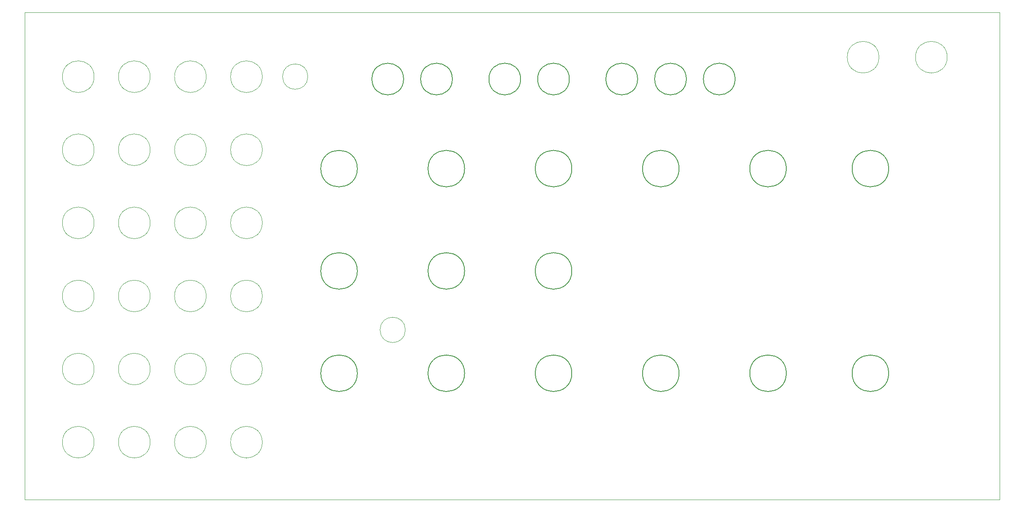
<source format=gbr>
%TF.GenerationSoftware,KiCad,Pcbnew,6.0.6-3a73a75311~116~ubuntu21.10.1*%
%TF.CreationDate,2022-09-23T00:08:08+02:00*%
%TF.ProjectId,frontpanel,66726f6e-7470-4616-9e65-6c2e6b696361,v0.0.1*%
%TF.SameCoordinates,Original*%
%TF.FileFunction,Profile,NP*%
%FSLAX46Y46*%
G04 Gerber Fmt 4.6, Leading zero omitted, Abs format (unit mm)*
G04 Created by KiCad (PCBNEW 6.0.6-3a73a75311~116~ubuntu21.10.1) date 2022-09-23 00:08:08*
%MOMM*%
%LPD*%
G01*
G04 APERTURE LIST*
%TA.AperFunction,Profile*%
%ADD10C,0.150000*%
%TD*%
%TA.AperFunction,Profile*%
%ADD11C,0.100000*%
%TD*%
G04 APERTURE END LIST*
D10*
X161740000Y-43700000D02*
G75*
G03*
X161740000Y-43700000I-3250000J0D01*
G01*
D11*
X64250000Y-43220000D02*
G75*
G03*
X64250000Y-43220000I-3250000J0D01*
G01*
X75750000Y-58220000D02*
G75*
G03*
X75750000Y-58220000I-3250000J0D01*
G01*
X75750000Y-43220000D02*
G75*
G03*
X75750000Y-43220000I-3250000J0D01*
G01*
X108100000Y-43200000D02*
G75*
G03*
X108100000Y-43200000I-2600000J0D01*
G01*
D10*
X185740000Y-43700000D02*
G75*
G03*
X185740000Y-43700000I-3250000J0D01*
G01*
D11*
X87250000Y-103220000D02*
G75*
G03*
X87250000Y-103220000I-3250000J0D01*
G01*
X75750000Y-103220000D02*
G75*
G03*
X75750000Y-103220000I-3250000J0D01*
G01*
X75750000Y-118220000D02*
G75*
G03*
X75750000Y-118220000I-3250000J0D01*
G01*
D10*
X206250000Y-62080000D02*
G75*
G03*
X206250000Y-62080000I-3750000J0D01*
G01*
X127740000Y-43700000D02*
G75*
G03*
X127740000Y-43700000I-3250000J0D01*
G01*
D11*
X64250000Y-58220000D02*
G75*
G03*
X64250000Y-58220000I-3250000J0D01*
G01*
X98750000Y-88220000D02*
G75*
G03*
X98750000Y-88220000I-3250000J0D01*
G01*
X87250000Y-88220000D02*
G75*
G03*
X87250000Y-88220000I-3250000J0D01*
G01*
D10*
X162250000Y-104080000D02*
G75*
G03*
X162250000Y-104080000I-3750000J0D01*
G01*
D11*
X64250000Y-103220000D02*
G75*
G03*
X64250000Y-103220000I-3250000J0D01*
G01*
D10*
X118250000Y-104080000D02*
G75*
G03*
X118250000Y-104080000I-3750000J0D01*
G01*
X118250000Y-83080000D02*
G75*
G03*
X118250000Y-83080000I-3750000J0D01*
G01*
D11*
X64250000Y-118220000D02*
G75*
G03*
X64250000Y-118220000I-3250000J0D01*
G01*
X98750000Y-58220000D02*
G75*
G03*
X98750000Y-58220000I-3250000J0D01*
G01*
X98750000Y-73220000D02*
G75*
G03*
X98750000Y-73220000I-3250000J0D01*
G01*
X50000000Y-130000000D02*
X50000000Y-30000000D01*
D10*
X227250000Y-104080000D02*
G75*
G03*
X227250000Y-104080000I-3750000J0D01*
G01*
X140250000Y-104080000D02*
G75*
G03*
X140250000Y-104080000I-3750000J0D01*
G01*
X175740000Y-43700000D02*
G75*
G03*
X175740000Y-43700000I-3250000J0D01*
G01*
X184250000Y-62080000D02*
G75*
G03*
X184250000Y-62080000I-3750000J0D01*
G01*
X227250000Y-62080000D02*
G75*
G03*
X227250000Y-62080000I-3750000J0D01*
G01*
D11*
X98750000Y-103220000D02*
G75*
G03*
X98750000Y-103220000I-3250000J0D01*
G01*
X250000000Y-130000000D02*
X50000000Y-130000000D01*
X50000000Y-30000000D02*
X250000000Y-30000000D01*
X75750000Y-73220000D02*
G75*
G03*
X75750000Y-73220000I-3250000J0D01*
G01*
D10*
X184250000Y-104080000D02*
G75*
G03*
X184250000Y-104080000I-3750000J0D01*
G01*
X140250000Y-83080000D02*
G75*
G03*
X140250000Y-83080000I-3750000J0D01*
G01*
X140250000Y-62080000D02*
G75*
G03*
X140250000Y-62080000I-3750000J0D01*
G01*
D11*
X87250000Y-118220000D02*
G75*
G03*
X87250000Y-118220000I-3250000J0D01*
G01*
X98750000Y-118220000D02*
G75*
G03*
X98750000Y-118220000I-3250000J0D01*
G01*
X64250000Y-88220000D02*
G75*
G03*
X64250000Y-88220000I-3250000J0D01*
G01*
D10*
X162250000Y-83080000D02*
G75*
G03*
X162250000Y-83080000I-3750000J0D01*
G01*
X137740000Y-43700000D02*
G75*
G03*
X137740000Y-43700000I-3250000J0D01*
G01*
X162250000Y-62080000D02*
G75*
G03*
X162250000Y-62080000I-3750000J0D01*
G01*
X206250000Y-104080000D02*
G75*
G03*
X206250000Y-104080000I-3750000J0D01*
G01*
D11*
X225250000Y-39220000D02*
G75*
G03*
X225250000Y-39220000I-3250000J0D01*
G01*
X239250000Y-39220000D02*
G75*
G03*
X239250000Y-39220000I-3250000J0D01*
G01*
X87250000Y-43220000D02*
G75*
G03*
X87250000Y-43220000I-3250000J0D01*
G01*
D10*
X151740000Y-43700000D02*
G75*
G03*
X151740000Y-43700000I-3250000J0D01*
G01*
X118250000Y-62080000D02*
G75*
G03*
X118250000Y-62080000I-3750000J0D01*
G01*
D11*
X87250000Y-73220000D02*
G75*
G03*
X87250000Y-73220000I-3250000J0D01*
G01*
X128100000Y-95180000D02*
G75*
G03*
X128100000Y-95180000I-2600000J0D01*
G01*
X87250000Y-58220000D02*
G75*
G03*
X87250000Y-58220000I-3250000J0D01*
G01*
X64250000Y-73220000D02*
G75*
G03*
X64250000Y-73220000I-3250000J0D01*
G01*
D10*
X195740000Y-43700000D02*
G75*
G03*
X195740000Y-43700000I-3250000J0D01*
G01*
D11*
X75750000Y-88220000D02*
G75*
G03*
X75750000Y-88220000I-3250000J0D01*
G01*
X98750000Y-43220000D02*
G75*
G03*
X98750000Y-43220000I-3250000J0D01*
G01*
X250000000Y-30000000D02*
X250000000Y-130000000D01*
M02*

</source>
